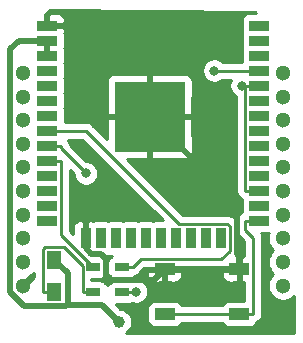
<source format=gtl>
%TF.GenerationSoftware,KiCad,Pcbnew,(5.1.0-47-g0a9c99914)*%
%TF.CreationDate,2019-04-04T20:09:24+09:00*%
%TF.ProjectId,xbee,78626565-2e6b-4696-9361-645f70636258,rev?*%
%TF.SameCoordinates,Original*%
%TF.FileFunction,Copper,L1,Top*%
%TF.FilePolarity,Positive*%
%FSLAX46Y46*%
G04 Gerber Fmt 4.6, Leading zero omitted, Abs format (unit mm)*
G04 Created by KiCad (PCBNEW (5.1.0-47-g0a9c99914)) date 2019-04-04 20:09:24*
%MOMM*%
%LPD*%
G04 APERTURE LIST*
%ADD10R,1.300000X1.500000*%
%ADD11R,1.200000X0.700000*%
%ADD12C,1.300000*%
%ADD13R,1.750000X0.900000*%
%ADD14R,0.900000X1.750000*%
%ADD15R,6.000000X6.000000*%
%ADD16R,1.700000X1.000000*%
%ADD17C,1.000000*%
%ADD18C,0.800000*%
%ADD19C,0.500000*%
%ADD20C,0.250000*%
%ADD21C,0.254000*%
G04 APERTURE END LIST*
D10*
X140250000Y-118000000D03*
X140250000Y-115300000D03*
D11*
X145950000Y-115950000D03*
X143550000Y-115950000D03*
X145950000Y-118050000D03*
X143550000Y-118050000D03*
D12*
X159600000Y-99500000D03*
X159600000Y-101500000D03*
X159600000Y-103500000D03*
X159600000Y-105500000D03*
X159600000Y-107500000D03*
X159600000Y-109500000D03*
X159600000Y-111500000D03*
X159600000Y-113500000D03*
X159600000Y-115500000D03*
X159600000Y-117500000D03*
X137600000Y-117500000D03*
X137600000Y-115500000D03*
X137600000Y-113500000D03*
X137600000Y-111500000D03*
X137600000Y-109500000D03*
X137600000Y-107500000D03*
X137600000Y-105500000D03*
X137600000Y-103500000D03*
X137600000Y-101500000D03*
X137600000Y-99500000D03*
D13*
X157600434Y-95482662D03*
X157600434Y-96752662D03*
X157600434Y-98022662D03*
X157600434Y-99292662D03*
X157600434Y-100562662D03*
X157600434Y-101832662D03*
X157600434Y-103102662D03*
X157600434Y-104372662D03*
X157600434Y-105642662D03*
X157600434Y-106912662D03*
X157600434Y-108182662D03*
X157600434Y-109452662D03*
X157600434Y-110722662D03*
X157600434Y-111992662D03*
D14*
X154315434Y-113482662D03*
X153045434Y-113482662D03*
X151775434Y-113482662D03*
X150505434Y-113482662D03*
X149235434Y-113482662D03*
X147965434Y-113482662D03*
X146695434Y-113482662D03*
X145425434Y-113482662D03*
X144155434Y-113482662D03*
X142885434Y-113482662D03*
D13*
X139600434Y-111992662D03*
X139600434Y-110722662D03*
X139600434Y-109452662D03*
X139600434Y-108182662D03*
X139600434Y-106912662D03*
X139600434Y-105642662D03*
X139600434Y-104372662D03*
X139600434Y-103102662D03*
X139600434Y-101832662D03*
X139600434Y-100562662D03*
X139600434Y-99292662D03*
X139600434Y-98022662D03*
X139600434Y-96752662D03*
X139600434Y-95482662D03*
D15*
X148300434Y-103182662D03*
D16*
X155900000Y-119900000D03*
X149600000Y-119900000D03*
X155900000Y-116100000D03*
X149600000Y-116100000D03*
D17*
X144750000Y-117000000D03*
D18*
X142919000Y-107992000D03*
X147164000Y-118011000D03*
X156097400Y-100562700D03*
D17*
X145707000Y-120575000D03*
D18*
X153782000Y-99292700D03*
D19*
X155900000Y-116100000D02*
X155900000Y-115100000D01*
X155900000Y-115100000D02*
X155666000Y-114866000D01*
X155666000Y-114866000D02*
X155666000Y-110548000D01*
X155666000Y-110548000D02*
X148300000Y-103183000D01*
X144750000Y-117000000D02*
X144600000Y-116850000D01*
X144600000Y-116850000D02*
X144600000Y-115240000D01*
X144600000Y-115240000D02*
X144168000Y-114808000D01*
X144168000Y-114808000D02*
X143345000Y-114808000D01*
X143345000Y-114808000D02*
X142885000Y-114348000D01*
X142885000Y-114348000D02*
X142885000Y-113483000D01*
X144750000Y-117000000D02*
X148700000Y-117000000D01*
X148700000Y-117000000D02*
X149600000Y-116100000D01*
X149600000Y-116100000D02*
X155900000Y-116100000D01*
D20*
X139600700Y-105643000D02*
X139600400Y-105642700D01*
X139600700Y-105643000D02*
X140801000Y-105643000D01*
X140801000Y-105643000D02*
X140801000Y-105874000D01*
X140801000Y-105874000D02*
X142919000Y-107992000D01*
X139600000Y-105643000D02*
X139600700Y-105643000D01*
X145950000Y-118050000D02*
X146875000Y-118050000D01*
X146875000Y-118050000D02*
X146914000Y-118011000D01*
X146914000Y-118011000D02*
X147164000Y-118011000D01*
X143550000Y-118050000D02*
X142625000Y-118050000D01*
X142625000Y-118050000D02*
X142625000Y-115815000D01*
X142625000Y-115815000D02*
X141035000Y-114225000D01*
X141035000Y-114225000D02*
X139440000Y-114225000D01*
X139440000Y-114225000D02*
X139275000Y-114390000D01*
X139275000Y-114390000D02*
X139275000Y-118000000D01*
X139275000Y-118000000D02*
X140250000Y-118000000D01*
X139600700Y-106913000D02*
X139600400Y-106912700D01*
X139600700Y-106913000D02*
X140801000Y-106913000D01*
X140801000Y-106913000D02*
X140801000Y-113201000D01*
X140801000Y-113201000D02*
X143550000Y-115950000D01*
X139600000Y-106913000D02*
X139600700Y-106913000D01*
X139600700Y-104373000D02*
X139600400Y-104372700D01*
X139600700Y-104373000D02*
X142878000Y-104373000D01*
X142878000Y-104373000D02*
X150787000Y-112282000D01*
X150787000Y-112282000D02*
X154900000Y-112282000D01*
X154900000Y-112282000D02*
X155091000Y-112473000D01*
X155091000Y-112473000D02*
X155091000Y-114545000D01*
X155091000Y-114545000D02*
X154361000Y-115275000D01*
X154361000Y-115275000D02*
X147551000Y-115275000D01*
X147551000Y-115275000D02*
X146875000Y-115950000D01*
X146875000Y-115950000D02*
X145950000Y-115950000D01*
X139600000Y-104373000D02*
X139600700Y-104373000D01*
X157600000Y-111993000D02*
X157600100Y-111993000D01*
X157600100Y-111993000D02*
X157600400Y-111992700D01*
X157600000Y-111993000D02*
X156400000Y-111993000D01*
X156400000Y-111993000D02*
X156400000Y-112768000D01*
X156400000Y-112768000D02*
X157075000Y-113443000D01*
X157075000Y-113443000D02*
X157075000Y-119900000D01*
X157075000Y-119900000D02*
X155900000Y-119900000D01*
X149600000Y-119900000D02*
X155900000Y-119900000D01*
X156400100Y-100562700D02*
X156097400Y-100562700D01*
X156512700Y-100562700D02*
X156400100Y-100562700D01*
X157600400Y-100562700D02*
X156512700Y-100562700D01*
X157600400Y-109452700D02*
X156400100Y-109452700D01*
X156400100Y-109452700D02*
X156400100Y-100562700D01*
D19*
X139600000Y-97467000D02*
X139600400Y-97467400D01*
X139600400Y-97467400D02*
X139600400Y-98022700D01*
X139600000Y-97467000D02*
X139600000Y-97705200D01*
X139600000Y-97228900D02*
X139600000Y-97467000D01*
X139600000Y-96752700D02*
X139600400Y-96752700D01*
X139600000Y-96752700D02*
X137247000Y-96752700D01*
X137247000Y-96752700D02*
X136500000Y-97500000D01*
X136500000Y-97500000D02*
X136500000Y-118028000D01*
X136500000Y-118028000D02*
X137672000Y-119200000D01*
X137672000Y-119200000D02*
X141260000Y-119200000D01*
X141260000Y-119200000D02*
X141330000Y-119130000D01*
X139600000Y-97228900D02*
X139600000Y-96752700D01*
X139600000Y-97228900D02*
X139600000Y-96752700D01*
X141330000Y-119130000D02*
X141400000Y-119060000D01*
X141400000Y-119060000D02*
X141400000Y-116450000D01*
X141400000Y-116450000D02*
X140250000Y-115300000D01*
X141330000Y-119130000D02*
X144262000Y-119130000D01*
X144262000Y-119130000D02*
X145707000Y-120575000D01*
D20*
X157600400Y-99292700D02*
X153782000Y-99292700D01*
D21*
G36*
X158364381Y-113125179D02*
G01*
X158315000Y-113373439D01*
X158315000Y-113626561D01*
X158364381Y-113874821D01*
X158461247Y-114108676D01*
X158601875Y-114319140D01*
X158780860Y-114498125D01*
X158783666Y-114500000D01*
X158780860Y-114501875D01*
X158601875Y-114680860D01*
X158461247Y-114891324D01*
X158364381Y-115125179D01*
X158315000Y-115373439D01*
X158315000Y-115626561D01*
X158364381Y-115874821D01*
X158461247Y-116108676D01*
X158601875Y-116319140D01*
X158780860Y-116498125D01*
X158783666Y-116500000D01*
X158780860Y-116501875D01*
X158601875Y-116680860D01*
X158461247Y-116891324D01*
X158364381Y-117125179D01*
X158315000Y-117373439D01*
X158315000Y-117626561D01*
X158364381Y-117874821D01*
X158461247Y-118108676D01*
X158601875Y-118319140D01*
X158780860Y-118498125D01*
X158991324Y-118638753D01*
X159225179Y-118735619D01*
X159473439Y-118785000D01*
X159726561Y-118785000D01*
X159974821Y-118735619D01*
X160208676Y-118638753D01*
X160419140Y-118498125D01*
X160532587Y-118384678D01*
X160538638Y-121540000D01*
X146305721Y-121540000D01*
X146430520Y-121456612D01*
X146588612Y-121298520D01*
X146712824Y-121112624D01*
X146798383Y-120906067D01*
X146842000Y-120686788D01*
X146842000Y-120463212D01*
X146798383Y-120243933D01*
X146712824Y-120037376D01*
X146588612Y-119851480D01*
X146430520Y-119693388D01*
X146244624Y-119569176D01*
X146038067Y-119483617D01*
X145824768Y-119441190D01*
X145421650Y-119038072D01*
X146550000Y-119038072D01*
X146674482Y-119025812D01*
X146794180Y-118989502D01*
X146806207Y-118983073D01*
X146862102Y-119006226D01*
X147062061Y-119046000D01*
X147265939Y-119046000D01*
X147465898Y-119006226D01*
X147654256Y-118928205D01*
X147823774Y-118814937D01*
X147967937Y-118670774D01*
X148081205Y-118501256D01*
X148159226Y-118312898D01*
X148199000Y-118112939D01*
X148199000Y-117909061D01*
X148159226Y-117709102D01*
X148081205Y-117520744D01*
X147967937Y-117351226D01*
X147823774Y-117207063D01*
X147654256Y-117093795D01*
X147465898Y-117015774D01*
X147265939Y-116976000D01*
X147062061Y-116976000D01*
X146862102Y-117015774D01*
X146701380Y-117082348D01*
X146674482Y-117074188D01*
X146550000Y-117061928D01*
X145350000Y-117061928D01*
X145225518Y-117074188D01*
X145105820Y-117110498D01*
X144995506Y-117169463D01*
X144898815Y-117248815D01*
X144819463Y-117345506D01*
X144760498Y-117455820D01*
X144750000Y-117490427D01*
X144739502Y-117455820D01*
X144680537Y-117345506D01*
X144601185Y-117248815D01*
X144504494Y-117169463D01*
X144394180Y-117110498D01*
X144274482Y-117074188D01*
X144150000Y-117061928D01*
X143385000Y-117061928D01*
X143385000Y-116938072D01*
X144150000Y-116938072D01*
X144274482Y-116925812D01*
X144394180Y-116889502D01*
X144504494Y-116830537D01*
X144601185Y-116751185D01*
X144680537Y-116654494D01*
X144739502Y-116544180D01*
X144750000Y-116509573D01*
X144760498Y-116544180D01*
X144819463Y-116654494D01*
X144898815Y-116751185D01*
X144995506Y-116830537D01*
X145105820Y-116889502D01*
X145225518Y-116925812D01*
X145350000Y-116938072D01*
X146550000Y-116938072D01*
X146674482Y-116925812D01*
X146794180Y-116889502D01*
X146904494Y-116830537D01*
X147001185Y-116751185D01*
X147050647Y-116690916D01*
X147096307Y-116677065D01*
X147166724Y-116655762D01*
X147166973Y-116655629D01*
X147167247Y-116655546D01*
X147233988Y-116619872D01*
X147271230Y-116600000D01*
X148111928Y-116600000D01*
X148124188Y-116724482D01*
X148160498Y-116844180D01*
X148219463Y-116954494D01*
X148298815Y-117051185D01*
X148395506Y-117130537D01*
X148505820Y-117189502D01*
X148625518Y-117225812D01*
X148750000Y-117238072D01*
X149314250Y-117235000D01*
X149473000Y-117076250D01*
X149473000Y-116227000D01*
X149727000Y-116227000D01*
X149727000Y-117076250D01*
X149885750Y-117235000D01*
X150450000Y-117238072D01*
X150574482Y-117225812D01*
X150694180Y-117189502D01*
X150804494Y-117130537D01*
X150901185Y-117051185D01*
X150980537Y-116954494D01*
X151039502Y-116844180D01*
X151075812Y-116724482D01*
X151088072Y-116600000D01*
X154411928Y-116600000D01*
X154424188Y-116724482D01*
X154460498Y-116844180D01*
X154519463Y-116954494D01*
X154598815Y-117051185D01*
X154695506Y-117130537D01*
X154805820Y-117189502D01*
X154925518Y-117225812D01*
X155050000Y-117238072D01*
X155614250Y-117235000D01*
X155773000Y-117076250D01*
X155773000Y-116227000D01*
X154573750Y-116227000D01*
X154415000Y-116385750D01*
X154411928Y-116600000D01*
X151088072Y-116600000D01*
X151085000Y-116385750D01*
X150926250Y-116227000D01*
X149727000Y-116227000D01*
X149473000Y-116227000D01*
X148273750Y-116227000D01*
X148115000Y-116385750D01*
X148111928Y-116600000D01*
X147271230Y-116600000D01*
X147298805Y-116585287D01*
X147299020Y-116585111D01*
X147299276Y-116584974D01*
X147357642Y-116537075D01*
X147385585Y-116514177D01*
X147385781Y-116513981D01*
X147415001Y-116490001D01*
X147438623Y-116461218D01*
X147865472Y-116035000D01*
X154323678Y-116035000D01*
X154361000Y-116038676D01*
X154398322Y-116035000D01*
X154398333Y-116035000D01*
X154509986Y-116024003D01*
X154653247Y-115980546D01*
X154667364Y-115973000D01*
X155773000Y-115973000D01*
X155773000Y-115123750D01*
X155677541Y-115028291D01*
X155692144Y-115010498D01*
X155725974Y-114969277D01*
X155796546Y-114837247D01*
X155806042Y-114805941D01*
X155840003Y-114693986D01*
X155851000Y-114582333D01*
X155851000Y-114582323D01*
X155854676Y-114545000D01*
X155851000Y-114507677D01*
X155851000Y-113297034D01*
X155860000Y-113308001D01*
X155888998Y-113331799D01*
X156315000Y-113757802D01*
X156315000Y-114964296D01*
X156185750Y-114965000D01*
X156027000Y-115123750D01*
X156027000Y-115973000D01*
X156047000Y-115973000D01*
X156047000Y-116227000D01*
X156027000Y-116227000D01*
X156027000Y-117076250D01*
X156185750Y-117235000D01*
X156315001Y-117235704D01*
X156315001Y-118761928D01*
X155050000Y-118761928D01*
X154925518Y-118774188D01*
X154805820Y-118810498D01*
X154695506Y-118869463D01*
X154598815Y-118948815D01*
X154519463Y-119045506D01*
X154468954Y-119140000D01*
X151031046Y-119140000D01*
X150980537Y-119045506D01*
X150901185Y-118948815D01*
X150804494Y-118869463D01*
X150694180Y-118810498D01*
X150574482Y-118774188D01*
X150450000Y-118761928D01*
X148750000Y-118761928D01*
X148625518Y-118774188D01*
X148505820Y-118810498D01*
X148395506Y-118869463D01*
X148298815Y-118948815D01*
X148219463Y-119045506D01*
X148160498Y-119155820D01*
X148124188Y-119275518D01*
X148111928Y-119400000D01*
X148111928Y-120400000D01*
X148124188Y-120524482D01*
X148160498Y-120644180D01*
X148219463Y-120754494D01*
X148298815Y-120851185D01*
X148395506Y-120930537D01*
X148505820Y-120989502D01*
X148625518Y-121025812D01*
X148750000Y-121038072D01*
X150450000Y-121038072D01*
X150574482Y-121025812D01*
X150694180Y-120989502D01*
X150804494Y-120930537D01*
X150901185Y-120851185D01*
X150980537Y-120754494D01*
X151031046Y-120660000D01*
X154468954Y-120660000D01*
X154519463Y-120754494D01*
X154598815Y-120851185D01*
X154695506Y-120930537D01*
X154805820Y-120989502D01*
X154925518Y-121025812D01*
X155050000Y-121038072D01*
X156750000Y-121038072D01*
X156874482Y-121025812D01*
X156994180Y-120989502D01*
X157104494Y-120930537D01*
X157201185Y-120851185D01*
X157280537Y-120754494D01*
X157339502Y-120644180D01*
X157349597Y-120610900D01*
X157367247Y-120605546D01*
X157499276Y-120534974D01*
X157615001Y-120440001D01*
X157709974Y-120324276D01*
X157780546Y-120192247D01*
X157824003Y-120048986D01*
X157835000Y-119937333D01*
X157838677Y-119900000D01*
X157835000Y-119862667D01*
X157835000Y-113480322D01*
X157838676Y-113442999D01*
X157835000Y-113405676D01*
X157835000Y-113405667D01*
X157824003Y-113294014D01*
X157780546Y-113150753D01*
X157743120Y-113080734D01*
X158382791Y-113080734D01*
X158364381Y-113125179D01*
X158364381Y-113125179D01*
G37*
X158364381Y-113125179D02*
X158315000Y-113373439D01*
X158315000Y-113626561D01*
X158364381Y-113874821D01*
X158461247Y-114108676D01*
X158601875Y-114319140D01*
X158780860Y-114498125D01*
X158783666Y-114500000D01*
X158780860Y-114501875D01*
X158601875Y-114680860D01*
X158461247Y-114891324D01*
X158364381Y-115125179D01*
X158315000Y-115373439D01*
X158315000Y-115626561D01*
X158364381Y-115874821D01*
X158461247Y-116108676D01*
X158601875Y-116319140D01*
X158780860Y-116498125D01*
X158783666Y-116500000D01*
X158780860Y-116501875D01*
X158601875Y-116680860D01*
X158461247Y-116891324D01*
X158364381Y-117125179D01*
X158315000Y-117373439D01*
X158315000Y-117626561D01*
X158364381Y-117874821D01*
X158461247Y-118108676D01*
X158601875Y-118319140D01*
X158780860Y-118498125D01*
X158991324Y-118638753D01*
X159225179Y-118735619D01*
X159473439Y-118785000D01*
X159726561Y-118785000D01*
X159974821Y-118735619D01*
X160208676Y-118638753D01*
X160419140Y-118498125D01*
X160532587Y-118384678D01*
X160538638Y-121540000D01*
X146305721Y-121540000D01*
X146430520Y-121456612D01*
X146588612Y-121298520D01*
X146712824Y-121112624D01*
X146798383Y-120906067D01*
X146842000Y-120686788D01*
X146842000Y-120463212D01*
X146798383Y-120243933D01*
X146712824Y-120037376D01*
X146588612Y-119851480D01*
X146430520Y-119693388D01*
X146244624Y-119569176D01*
X146038067Y-119483617D01*
X145824768Y-119441190D01*
X145421650Y-119038072D01*
X146550000Y-119038072D01*
X146674482Y-119025812D01*
X146794180Y-118989502D01*
X146806207Y-118983073D01*
X146862102Y-119006226D01*
X147062061Y-119046000D01*
X147265939Y-119046000D01*
X147465898Y-119006226D01*
X147654256Y-118928205D01*
X147823774Y-118814937D01*
X147967937Y-118670774D01*
X148081205Y-118501256D01*
X148159226Y-118312898D01*
X148199000Y-118112939D01*
X148199000Y-117909061D01*
X148159226Y-117709102D01*
X148081205Y-117520744D01*
X147967937Y-117351226D01*
X147823774Y-117207063D01*
X147654256Y-117093795D01*
X147465898Y-117015774D01*
X147265939Y-116976000D01*
X147062061Y-116976000D01*
X146862102Y-117015774D01*
X146701380Y-117082348D01*
X146674482Y-117074188D01*
X146550000Y-117061928D01*
X145350000Y-117061928D01*
X145225518Y-117074188D01*
X145105820Y-117110498D01*
X144995506Y-117169463D01*
X144898815Y-117248815D01*
X144819463Y-117345506D01*
X144760498Y-117455820D01*
X144750000Y-117490427D01*
X144739502Y-117455820D01*
X144680537Y-117345506D01*
X144601185Y-117248815D01*
X144504494Y-117169463D01*
X144394180Y-117110498D01*
X144274482Y-117074188D01*
X144150000Y-117061928D01*
X143385000Y-117061928D01*
X143385000Y-116938072D01*
X144150000Y-116938072D01*
X144274482Y-116925812D01*
X144394180Y-116889502D01*
X144504494Y-116830537D01*
X144601185Y-116751185D01*
X144680537Y-116654494D01*
X144739502Y-116544180D01*
X144750000Y-116509573D01*
X144760498Y-116544180D01*
X144819463Y-116654494D01*
X144898815Y-116751185D01*
X144995506Y-116830537D01*
X145105820Y-116889502D01*
X145225518Y-116925812D01*
X145350000Y-116938072D01*
X146550000Y-116938072D01*
X146674482Y-116925812D01*
X146794180Y-116889502D01*
X146904494Y-116830537D01*
X147001185Y-116751185D01*
X147050647Y-116690916D01*
X147096307Y-116677065D01*
X147166724Y-116655762D01*
X147166973Y-116655629D01*
X147167247Y-116655546D01*
X147233988Y-116619872D01*
X147271230Y-116600000D01*
X148111928Y-116600000D01*
X148124188Y-116724482D01*
X148160498Y-116844180D01*
X148219463Y-116954494D01*
X148298815Y-117051185D01*
X148395506Y-117130537D01*
X148505820Y-117189502D01*
X148625518Y-117225812D01*
X148750000Y-117238072D01*
X149314250Y-117235000D01*
X149473000Y-117076250D01*
X149473000Y-116227000D01*
X149727000Y-116227000D01*
X149727000Y-117076250D01*
X149885750Y-117235000D01*
X150450000Y-117238072D01*
X150574482Y-117225812D01*
X150694180Y-117189502D01*
X150804494Y-117130537D01*
X150901185Y-117051185D01*
X150980537Y-116954494D01*
X151039502Y-116844180D01*
X151075812Y-116724482D01*
X151088072Y-116600000D01*
X154411928Y-116600000D01*
X154424188Y-116724482D01*
X154460498Y-116844180D01*
X154519463Y-116954494D01*
X154598815Y-117051185D01*
X154695506Y-117130537D01*
X154805820Y-117189502D01*
X154925518Y-117225812D01*
X155050000Y-117238072D01*
X155614250Y-117235000D01*
X155773000Y-117076250D01*
X155773000Y-116227000D01*
X154573750Y-116227000D01*
X154415000Y-116385750D01*
X154411928Y-116600000D01*
X151088072Y-116600000D01*
X151085000Y-116385750D01*
X150926250Y-116227000D01*
X149727000Y-116227000D01*
X149473000Y-116227000D01*
X148273750Y-116227000D01*
X148115000Y-116385750D01*
X148111928Y-116600000D01*
X147271230Y-116600000D01*
X147298805Y-116585287D01*
X147299020Y-116585111D01*
X147299276Y-116584974D01*
X147357642Y-116537075D01*
X147385585Y-116514177D01*
X147385781Y-116513981D01*
X147415001Y-116490001D01*
X147438623Y-116461218D01*
X147865472Y-116035000D01*
X154323678Y-116035000D01*
X154361000Y-116038676D01*
X154398322Y-116035000D01*
X154398333Y-116035000D01*
X154509986Y-116024003D01*
X154653247Y-115980546D01*
X154667364Y-115973000D01*
X155773000Y-115973000D01*
X155773000Y-115123750D01*
X155677541Y-115028291D01*
X155692144Y-115010498D01*
X155725974Y-114969277D01*
X155796546Y-114837247D01*
X155806042Y-114805941D01*
X155840003Y-114693986D01*
X155851000Y-114582333D01*
X155851000Y-114582323D01*
X155854676Y-114545000D01*
X155851000Y-114507677D01*
X155851000Y-113297034D01*
X155860000Y-113308001D01*
X155888998Y-113331799D01*
X156315000Y-113757802D01*
X156315000Y-114964296D01*
X156185750Y-114965000D01*
X156027000Y-115123750D01*
X156027000Y-115973000D01*
X156047000Y-115973000D01*
X156047000Y-116227000D01*
X156027000Y-116227000D01*
X156027000Y-117076250D01*
X156185750Y-117235000D01*
X156315001Y-117235704D01*
X156315001Y-118761928D01*
X155050000Y-118761928D01*
X154925518Y-118774188D01*
X154805820Y-118810498D01*
X154695506Y-118869463D01*
X154598815Y-118948815D01*
X154519463Y-119045506D01*
X154468954Y-119140000D01*
X151031046Y-119140000D01*
X150980537Y-119045506D01*
X150901185Y-118948815D01*
X150804494Y-118869463D01*
X150694180Y-118810498D01*
X150574482Y-118774188D01*
X150450000Y-118761928D01*
X148750000Y-118761928D01*
X148625518Y-118774188D01*
X148505820Y-118810498D01*
X148395506Y-118869463D01*
X148298815Y-118948815D01*
X148219463Y-119045506D01*
X148160498Y-119155820D01*
X148124188Y-119275518D01*
X148111928Y-119400000D01*
X148111928Y-120400000D01*
X148124188Y-120524482D01*
X148160498Y-120644180D01*
X148219463Y-120754494D01*
X148298815Y-120851185D01*
X148395506Y-120930537D01*
X148505820Y-120989502D01*
X148625518Y-121025812D01*
X148750000Y-121038072D01*
X150450000Y-121038072D01*
X150574482Y-121025812D01*
X150694180Y-120989502D01*
X150804494Y-120930537D01*
X150901185Y-120851185D01*
X150980537Y-120754494D01*
X151031046Y-120660000D01*
X154468954Y-120660000D01*
X154519463Y-120754494D01*
X154598815Y-120851185D01*
X154695506Y-120930537D01*
X154805820Y-120989502D01*
X154925518Y-121025812D01*
X155050000Y-121038072D01*
X156750000Y-121038072D01*
X156874482Y-121025812D01*
X156994180Y-120989502D01*
X157104494Y-120930537D01*
X157201185Y-120851185D01*
X157280537Y-120754494D01*
X157339502Y-120644180D01*
X157349597Y-120610900D01*
X157367247Y-120605546D01*
X157499276Y-120534974D01*
X157615001Y-120440001D01*
X157709974Y-120324276D01*
X157780546Y-120192247D01*
X157824003Y-120048986D01*
X157835000Y-119937333D01*
X157838677Y-119900000D01*
X157835000Y-119862667D01*
X157835000Y-113480322D01*
X157838676Y-113442999D01*
X157835000Y-113405676D01*
X157835000Y-113405667D01*
X157824003Y-113294014D01*
X157780546Y-113150753D01*
X157743120Y-113080734D01*
X158382791Y-113080734D01*
X158364381Y-113125179D01*
G36*
X138515001Y-116800959D02*
G01*
X138485527Y-116794078D01*
X137779605Y-117500000D01*
X137793748Y-117514143D01*
X137614143Y-117693748D01*
X137600000Y-117679605D01*
X137585858Y-117693748D01*
X137406253Y-117514143D01*
X137420395Y-117500000D01*
X137406253Y-117485858D01*
X137585858Y-117306253D01*
X137600000Y-117320395D01*
X138305922Y-116614473D01*
X138297703Y-116579267D01*
X138419140Y-116498125D01*
X138515001Y-116402264D01*
X138515001Y-116800959D01*
X138515001Y-116800959D01*
G37*
X138515001Y-116800959D02*
X138485527Y-116794078D01*
X137779605Y-117500000D01*
X137793748Y-117514143D01*
X137614143Y-117693748D01*
X137600000Y-117679605D01*
X137585858Y-117693748D01*
X137406253Y-117514143D01*
X137420395Y-117500000D01*
X137406253Y-117485858D01*
X137585858Y-117306253D01*
X137600000Y-117320395D01*
X138305922Y-116614473D01*
X138297703Y-116579267D01*
X138419140Y-116498125D01*
X138515001Y-116402264D01*
X138515001Y-116800959D01*
G36*
X144850952Y-114983474D02*
G01*
X144975434Y-114995734D01*
X145154490Y-114995734D01*
X145105820Y-115010498D01*
X144995506Y-115069463D01*
X144898815Y-115148815D01*
X144819463Y-115245506D01*
X144760498Y-115355820D01*
X144750000Y-115390427D01*
X144739502Y-115355820D01*
X144680537Y-115245506D01*
X144601185Y-115148815D01*
X144504494Y-115069463D01*
X144394180Y-115010498D01*
X144345510Y-114995734D01*
X144605434Y-114995734D01*
X144729916Y-114983474D01*
X144790434Y-114965116D01*
X144850952Y-114983474D01*
X144850952Y-114983474D01*
G37*
X144850952Y-114983474D02*
X144975434Y-114995734D01*
X145154490Y-114995734D01*
X145105820Y-115010498D01*
X144995506Y-115069463D01*
X144898815Y-115148815D01*
X144819463Y-115245506D01*
X144760498Y-115355820D01*
X144750000Y-115390427D01*
X144739502Y-115355820D01*
X144680537Y-115245506D01*
X144601185Y-115148815D01*
X144504494Y-115069463D01*
X144394180Y-115010498D01*
X144345510Y-114995734D01*
X144605434Y-114995734D01*
X144729916Y-114983474D01*
X144790434Y-114965116D01*
X144850952Y-114983474D01*
G36*
X149399788Y-111969590D02*
G01*
X148785434Y-111969590D01*
X148660952Y-111981850D01*
X148600434Y-112000208D01*
X148539916Y-111981850D01*
X148415434Y-111969590D01*
X147515434Y-111969590D01*
X147390952Y-111981850D01*
X147330434Y-112000208D01*
X147269916Y-111981850D01*
X147145434Y-111969590D01*
X146245434Y-111969590D01*
X146120952Y-111981850D01*
X146060434Y-112000208D01*
X145999916Y-111981850D01*
X145875434Y-111969590D01*
X144975434Y-111969590D01*
X144850952Y-111981850D01*
X144790434Y-112000208D01*
X144729916Y-111981850D01*
X144605434Y-111969590D01*
X143705434Y-111969590D01*
X143580952Y-111981850D01*
X143520434Y-112000208D01*
X143459916Y-111981850D01*
X143335434Y-111969590D01*
X143171184Y-111972662D01*
X143012434Y-112131412D01*
X143012434Y-113355662D01*
X143032434Y-113355662D01*
X143032434Y-113609662D01*
X143012434Y-113609662D01*
X143012434Y-113629662D01*
X142758434Y-113629662D01*
X142758434Y-113609662D01*
X142738434Y-113609662D01*
X142738434Y-113355662D01*
X142758434Y-113355662D01*
X142758434Y-112131412D01*
X142599684Y-111972662D01*
X142435434Y-111969590D01*
X142310952Y-111981850D01*
X142191254Y-112018160D01*
X142080940Y-112077125D01*
X141984249Y-112156477D01*
X141904897Y-112253168D01*
X141845932Y-112363482D01*
X141809622Y-112483180D01*
X141797362Y-112607662D01*
X141800060Y-113125259D01*
X141561000Y-112886199D01*
X141561000Y-107708802D01*
X141884000Y-108031802D01*
X141884000Y-108093939D01*
X141923774Y-108293898D01*
X142001795Y-108482256D01*
X142115063Y-108651774D01*
X142259226Y-108795937D01*
X142428744Y-108909205D01*
X142617102Y-108987226D01*
X142817061Y-109027000D01*
X143020939Y-109027000D01*
X143220898Y-108987226D01*
X143409256Y-108909205D01*
X143578774Y-108795937D01*
X143722937Y-108651774D01*
X143836205Y-108482256D01*
X143914226Y-108293898D01*
X143954000Y-108093939D01*
X143954000Y-107890061D01*
X143914226Y-107690102D01*
X143836205Y-107501744D01*
X143722937Y-107332226D01*
X143578774Y-107188063D01*
X143409256Y-107074795D01*
X143220898Y-106996774D01*
X143020939Y-106957000D01*
X142958802Y-106957000D01*
X141555923Y-105554122D01*
X141550003Y-105494014D01*
X141506546Y-105350753D01*
X141435974Y-105218724D01*
X141365622Y-105133000D01*
X142563199Y-105133000D01*
X149399788Y-111969590D01*
X149399788Y-111969590D01*
G37*
X149399788Y-111969590D02*
X148785434Y-111969590D01*
X148660952Y-111981850D01*
X148600434Y-112000208D01*
X148539916Y-111981850D01*
X148415434Y-111969590D01*
X147515434Y-111969590D01*
X147390952Y-111981850D01*
X147330434Y-112000208D01*
X147269916Y-111981850D01*
X147145434Y-111969590D01*
X146245434Y-111969590D01*
X146120952Y-111981850D01*
X146060434Y-112000208D01*
X145999916Y-111981850D01*
X145875434Y-111969590D01*
X144975434Y-111969590D01*
X144850952Y-111981850D01*
X144790434Y-112000208D01*
X144729916Y-111981850D01*
X144605434Y-111969590D01*
X143705434Y-111969590D01*
X143580952Y-111981850D01*
X143520434Y-112000208D01*
X143459916Y-111981850D01*
X143335434Y-111969590D01*
X143171184Y-111972662D01*
X143012434Y-112131412D01*
X143012434Y-113355662D01*
X143032434Y-113355662D01*
X143032434Y-113609662D01*
X143012434Y-113609662D01*
X143012434Y-113629662D01*
X142758434Y-113629662D01*
X142758434Y-113609662D01*
X142738434Y-113609662D01*
X142738434Y-113355662D01*
X142758434Y-113355662D01*
X142758434Y-112131412D01*
X142599684Y-111972662D01*
X142435434Y-111969590D01*
X142310952Y-111981850D01*
X142191254Y-112018160D01*
X142080940Y-112077125D01*
X141984249Y-112156477D01*
X141904897Y-112253168D01*
X141845932Y-112363482D01*
X141809622Y-112483180D01*
X141797362Y-112607662D01*
X141800060Y-113125259D01*
X141561000Y-112886199D01*
X141561000Y-107708802D01*
X141884000Y-108031802D01*
X141884000Y-108093939D01*
X141923774Y-108293898D01*
X142001795Y-108482256D01*
X142115063Y-108651774D01*
X142259226Y-108795937D01*
X142428744Y-108909205D01*
X142617102Y-108987226D01*
X142817061Y-109027000D01*
X143020939Y-109027000D01*
X143220898Y-108987226D01*
X143409256Y-108909205D01*
X143578774Y-108795937D01*
X143722937Y-108651774D01*
X143836205Y-108482256D01*
X143914226Y-108293898D01*
X143954000Y-108093939D01*
X143954000Y-107890061D01*
X143914226Y-107690102D01*
X143836205Y-107501744D01*
X143722937Y-107332226D01*
X143578774Y-107188063D01*
X143409256Y-107074795D01*
X143220898Y-106996774D01*
X143020939Y-106957000D01*
X142958802Y-106957000D01*
X141555923Y-105554122D01*
X141550003Y-105494014D01*
X141506546Y-105350753D01*
X141435974Y-105218724D01*
X141365622Y-105133000D01*
X142563199Y-105133000D01*
X149399788Y-111969590D01*
G36*
X157222217Y-94320779D02*
G01*
X157309668Y-94394590D01*
X156725434Y-94394590D01*
X156600952Y-94406850D01*
X156481254Y-94443160D01*
X156370940Y-94502125D01*
X156274249Y-94581477D01*
X156194897Y-94678168D01*
X156135932Y-94788482D01*
X156099622Y-94908180D01*
X156087362Y-95032662D01*
X156087362Y-95932662D01*
X156099622Y-96057144D01*
X156117980Y-96117662D01*
X156099622Y-96178180D01*
X156087362Y-96302662D01*
X156087362Y-97202662D01*
X156099622Y-97327144D01*
X156117980Y-97387662D01*
X156099622Y-97448180D01*
X156087362Y-97572662D01*
X156087362Y-98472662D01*
X156093275Y-98532700D01*
X154485711Y-98532700D01*
X154441774Y-98488763D01*
X154272256Y-98375495D01*
X154083898Y-98297474D01*
X153883939Y-98257700D01*
X153680061Y-98257700D01*
X153480102Y-98297474D01*
X153291744Y-98375495D01*
X153122226Y-98488763D01*
X152978063Y-98632926D01*
X152864795Y-98802444D01*
X152786774Y-98990802D01*
X152747000Y-99190761D01*
X152747000Y-99394639D01*
X152786774Y-99594598D01*
X152864795Y-99782956D01*
X152978063Y-99952474D01*
X153122226Y-100096637D01*
X153291744Y-100209905D01*
X153480102Y-100287926D01*
X153680061Y-100327700D01*
X153883939Y-100327700D01*
X154083898Y-100287926D01*
X154272256Y-100209905D01*
X154441774Y-100096637D01*
X154485711Y-100052700D01*
X155193387Y-100052700D01*
X155180195Y-100072444D01*
X155102174Y-100260802D01*
X155062400Y-100460761D01*
X155062400Y-100664639D01*
X155102174Y-100864598D01*
X155180195Y-101052956D01*
X155293463Y-101222474D01*
X155437626Y-101366637D01*
X155607144Y-101479905D01*
X155640101Y-101493556D01*
X155640100Y-109415367D01*
X155636423Y-109452700D01*
X155651097Y-109601686D01*
X155694554Y-109744947D01*
X155765126Y-109876976D01*
X155860099Y-109992701D01*
X155975824Y-110087674D01*
X156099092Y-110153563D01*
X156087362Y-110272662D01*
X156087362Y-111172662D01*
X156099122Y-111292067D01*
X155975724Y-111358026D01*
X155859999Y-111452999D01*
X155765026Y-111568724D01*
X155694454Y-111700753D01*
X155650997Y-111844014D01*
X155641029Y-111945218D01*
X155631001Y-111932999D01*
X155601998Y-111909197D01*
X155463804Y-111771003D01*
X155440001Y-111741999D01*
X155324276Y-111647026D01*
X155192247Y-111576454D01*
X155048986Y-111532997D01*
X154937333Y-111522000D01*
X154937322Y-111522000D01*
X154900000Y-111518324D01*
X154862678Y-111522000D01*
X151101802Y-111522000D01*
X146399292Y-106819490D01*
X148014684Y-106817662D01*
X148173434Y-106658912D01*
X148173434Y-103309662D01*
X148427434Y-103309662D01*
X148427434Y-106658912D01*
X148586184Y-106817662D01*
X151300434Y-106820734D01*
X151424916Y-106808474D01*
X151544614Y-106772164D01*
X151654928Y-106713199D01*
X151751619Y-106633847D01*
X151830971Y-106537156D01*
X151889936Y-106426842D01*
X151926246Y-106307144D01*
X151938506Y-106182662D01*
X151935434Y-103468412D01*
X151776684Y-103309662D01*
X148427434Y-103309662D01*
X148173434Y-103309662D01*
X144824184Y-103309662D01*
X144665434Y-103468412D01*
X144663606Y-105083805D01*
X143441804Y-103862003D01*
X143418001Y-103832999D01*
X143302276Y-103738026D01*
X143170247Y-103667454D01*
X143026986Y-103623997D01*
X142915333Y-103613000D01*
X142915322Y-103613000D01*
X142878000Y-103609324D01*
X142840678Y-103613000D01*
X141107563Y-103613000D01*
X141113506Y-103552662D01*
X141113506Y-102652662D01*
X141101246Y-102528180D01*
X141082888Y-102467662D01*
X141101246Y-102407144D01*
X141113506Y-102282662D01*
X141113506Y-101382662D01*
X141101246Y-101258180D01*
X141082888Y-101197662D01*
X141101246Y-101137144D01*
X141113506Y-101012662D01*
X141113506Y-100182662D01*
X144662362Y-100182662D01*
X144665434Y-102896912D01*
X144824184Y-103055662D01*
X148173434Y-103055662D01*
X148173434Y-99706412D01*
X148427434Y-99706412D01*
X148427434Y-103055662D01*
X151776684Y-103055662D01*
X151935434Y-102896912D01*
X151938506Y-100182662D01*
X151926246Y-100058180D01*
X151889936Y-99938482D01*
X151830971Y-99828168D01*
X151751619Y-99731477D01*
X151654928Y-99652125D01*
X151544614Y-99593160D01*
X151424916Y-99556850D01*
X151300434Y-99544590D01*
X148586184Y-99547662D01*
X148427434Y-99706412D01*
X148173434Y-99706412D01*
X148014684Y-99547662D01*
X145300434Y-99544590D01*
X145175952Y-99556850D01*
X145056254Y-99593160D01*
X144945940Y-99652125D01*
X144849249Y-99731477D01*
X144769897Y-99828168D01*
X144710932Y-99938482D01*
X144674622Y-100058180D01*
X144662362Y-100182662D01*
X141113506Y-100182662D01*
X141113506Y-100112662D01*
X141101246Y-99988180D01*
X141082888Y-99927662D01*
X141101246Y-99867144D01*
X141113506Y-99742662D01*
X141113506Y-98842662D01*
X141101246Y-98718180D01*
X141082888Y-98657662D01*
X141101246Y-98597144D01*
X141113506Y-98472662D01*
X141113506Y-97572662D01*
X141101246Y-97448180D01*
X141082888Y-97387662D01*
X141101246Y-97327144D01*
X141113506Y-97202662D01*
X141113506Y-96302662D01*
X141101246Y-96178180D01*
X141082888Y-96117662D01*
X141101246Y-96057144D01*
X141113506Y-95932662D01*
X141110434Y-95768412D01*
X140951684Y-95609662D01*
X139727434Y-95609662D01*
X139727434Y-95629662D01*
X139473434Y-95629662D01*
X139473434Y-95609662D01*
X139453434Y-95609662D01*
X139453434Y-95355662D01*
X139473434Y-95355662D01*
X139473434Y-94556412D01*
X139727434Y-94556412D01*
X139727434Y-95355662D01*
X140951684Y-95355662D01*
X141110434Y-95196912D01*
X141113506Y-95032662D01*
X141101246Y-94908180D01*
X141064936Y-94788482D01*
X141005971Y-94678168D01*
X140926619Y-94581477D01*
X140829928Y-94502125D01*
X140719614Y-94443160D01*
X140599916Y-94406850D01*
X140475434Y-94394590D01*
X139886184Y-94397662D01*
X139727434Y-94556412D01*
X139473434Y-94556412D01*
X139423158Y-94506136D01*
X139853111Y-94133510D01*
X157222217Y-94320779D01*
X157222217Y-94320779D01*
G37*
X157222217Y-94320779D02*
X157309668Y-94394590D01*
X156725434Y-94394590D01*
X156600952Y-94406850D01*
X156481254Y-94443160D01*
X156370940Y-94502125D01*
X156274249Y-94581477D01*
X156194897Y-94678168D01*
X156135932Y-94788482D01*
X156099622Y-94908180D01*
X156087362Y-95032662D01*
X156087362Y-95932662D01*
X156099622Y-96057144D01*
X156117980Y-96117662D01*
X156099622Y-96178180D01*
X156087362Y-96302662D01*
X156087362Y-97202662D01*
X156099622Y-97327144D01*
X156117980Y-97387662D01*
X156099622Y-97448180D01*
X156087362Y-97572662D01*
X156087362Y-98472662D01*
X156093275Y-98532700D01*
X154485711Y-98532700D01*
X154441774Y-98488763D01*
X154272256Y-98375495D01*
X154083898Y-98297474D01*
X153883939Y-98257700D01*
X153680061Y-98257700D01*
X153480102Y-98297474D01*
X153291744Y-98375495D01*
X153122226Y-98488763D01*
X152978063Y-98632926D01*
X152864795Y-98802444D01*
X152786774Y-98990802D01*
X152747000Y-99190761D01*
X152747000Y-99394639D01*
X152786774Y-99594598D01*
X152864795Y-99782956D01*
X152978063Y-99952474D01*
X153122226Y-100096637D01*
X153291744Y-100209905D01*
X153480102Y-100287926D01*
X153680061Y-100327700D01*
X153883939Y-100327700D01*
X154083898Y-100287926D01*
X154272256Y-100209905D01*
X154441774Y-100096637D01*
X154485711Y-100052700D01*
X155193387Y-100052700D01*
X155180195Y-100072444D01*
X155102174Y-100260802D01*
X155062400Y-100460761D01*
X155062400Y-100664639D01*
X155102174Y-100864598D01*
X155180195Y-101052956D01*
X155293463Y-101222474D01*
X155437626Y-101366637D01*
X155607144Y-101479905D01*
X155640101Y-101493556D01*
X155640100Y-109415367D01*
X155636423Y-109452700D01*
X155651097Y-109601686D01*
X155694554Y-109744947D01*
X155765126Y-109876976D01*
X155860099Y-109992701D01*
X155975824Y-110087674D01*
X156099092Y-110153563D01*
X156087362Y-110272662D01*
X156087362Y-111172662D01*
X156099122Y-111292067D01*
X155975724Y-111358026D01*
X155859999Y-111452999D01*
X155765026Y-111568724D01*
X155694454Y-111700753D01*
X155650997Y-111844014D01*
X155641029Y-111945218D01*
X155631001Y-111932999D01*
X155601998Y-111909197D01*
X155463804Y-111771003D01*
X155440001Y-111741999D01*
X155324276Y-111647026D01*
X155192247Y-111576454D01*
X155048986Y-111532997D01*
X154937333Y-111522000D01*
X154937322Y-111522000D01*
X154900000Y-111518324D01*
X154862678Y-111522000D01*
X151101802Y-111522000D01*
X146399292Y-106819490D01*
X148014684Y-106817662D01*
X148173434Y-106658912D01*
X148173434Y-103309662D01*
X148427434Y-103309662D01*
X148427434Y-106658912D01*
X148586184Y-106817662D01*
X151300434Y-106820734D01*
X151424916Y-106808474D01*
X151544614Y-106772164D01*
X151654928Y-106713199D01*
X151751619Y-106633847D01*
X151830971Y-106537156D01*
X151889936Y-106426842D01*
X151926246Y-106307144D01*
X151938506Y-106182662D01*
X151935434Y-103468412D01*
X151776684Y-103309662D01*
X148427434Y-103309662D01*
X148173434Y-103309662D01*
X144824184Y-103309662D01*
X144665434Y-103468412D01*
X144663606Y-105083805D01*
X143441804Y-103862003D01*
X143418001Y-103832999D01*
X143302276Y-103738026D01*
X143170247Y-103667454D01*
X143026986Y-103623997D01*
X142915333Y-103613000D01*
X142915322Y-103613000D01*
X142878000Y-103609324D01*
X142840678Y-103613000D01*
X141107563Y-103613000D01*
X141113506Y-103552662D01*
X141113506Y-102652662D01*
X141101246Y-102528180D01*
X141082888Y-102467662D01*
X141101246Y-102407144D01*
X141113506Y-102282662D01*
X141113506Y-101382662D01*
X141101246Y-101258180D01*
X141082888Y-101197662D01*
X141101246Y-101137144D01*
X141113506Y-101012662D01*
X141113506Y-100182662D01*
X144662362Y-100182662D01*
X144665434Y-102896912D01*
X144824184Y-103055662D01*
X148173434Y-103055662D01*
X148173434Y-99706412D01*
X148427434Y-99706412D01*
X148427434Y-103055662D01*
X151776684Y-103055662D01*
X151935434Y-102896912D01*
X151938506Y-100182662D01*
X151926246Y-100058180D01*
X151889936Y-99938482D01*
X151830971Y-99828168D01*
X151751619Y-99731477D01*
X151654928Y-99652125D01*
X151544614Y-99593160D01*
X151424916Y-99556850D01*
X151300434Y-99544590D01*
X148586184Y-99547662D01*
X148427434Y-99706412D01*
X148173434Y-99706412D01*
X148014684Y-99547662D01*
X145300434Y-99544590D01*
X145175952Y-99556850D01*
X145056254Y-99593160D01*
X144945940Y-99652125D01*
X144849249Y-99731477D01*
X144769897Y-99828168D01*
X144710932Y-99938482D01*
X144674622Y-100058180D01*
X144662362Y-100182662D01*
X141113506Y-100182662D01*
X141113506Y-100112662D01*
X141101246Y-99988180D01*
X141082888Y-99927662D01*
X141101246Y-99867144D01*
X141113506Y-99742662D01*
X141113506Y-98842662D01*
X141101246Y-98718180D01*
X141082888Y-98657662D01*
X141101246Y-98597144D01*
X141113506Y-98472662D01*
X141113506Y-97572662D01*
X141101246Y-97448180D01*
X141082888Y-97387662D01*
X141101246Y-97327144D01*
X141113506Y-97202662D01*
X141113506Y-96302662D01*
X141101246Y-96178180D01*
X141082888Y-96117662D01*
X141101246Y-96057144D01*
X141113506Y-95932662D01*
X141110434Y-95768412D01*
X140951684Y-95609662D01*
X139727434Y-95609662D01*
X139727434Y-95629662D01*
X139473434Y-95629662D01*
X139473434Y-95609662D01*
X139453434Y-95609662D01*
X139453434Y-95355662D01*
X139473434Y-95355662D01*
X139473434Y-94556412D01*
X139727434Y-94556412D01*
X139727434Y-95355662D01*
X140951684Y-95355662D01*
X141110434Y-95196912D01*
X141113506Y-95032662D01*
X141101246Y-94908180D01*
X141064936Y-94788482D01*
X141005971Y-94678168D01*
X140926619Y-94581477D01*
X140829928Y-94502125D01*
X140719614Y-94443160D01*
X140599916Y-94406850D01*
X140475434Y-94394590D01*
X139886184Y-94397662D01*
X139727434Y-94556412D01*
X139473434Y-94556412D01*
X139423158Y-94506136D01*
X139853111Y-94133510D01*
X157222217Y-94320779D01*
M02*

</source>
